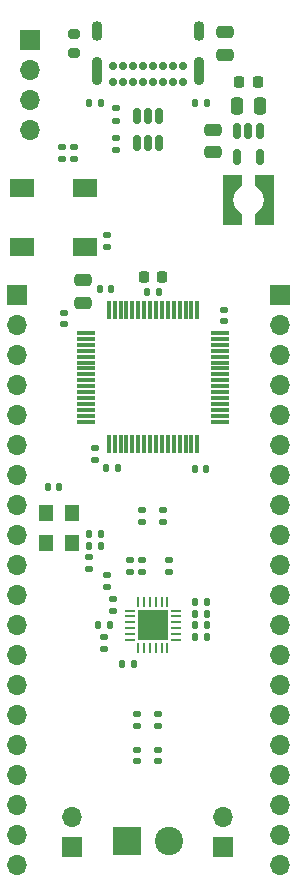
<source format=gts>
%TF.GenerationSoftware,KiCad,Pcbnew,7.0.1-3b83917a11~171~ubuntu22.04.1*%
%TF.CreationDate,2023-04-15T23:20:08+01:00*%
%TF.ProjectId,spe_dongle,7370655f-646f-46e6-976c-652e6b696361,1.0*%
%TF.SameCoordinates,Original*%
%TF.FileFunction,Soldermask,Top*%
%TF.FilePolarity,Negative*%
%FSLAX46Y46*%
G04 Gerber Fmt 4.6, Leading zero omitted, Abs format (unit mm)*
G04 Created by KiCad (PCBNEW 7.0.1-3b83917a11~171~ubuntu22.04.1) date 2023-04-15 23:20:08*
%MOMM*%
%LPD*%
G01*
G04 APERTURE LIST*
G04 Aperture macros list*
%AMRoundRect*
0 Rectangle with rounded corners*
0 $1 Rounding radius*
0 $2 $3 $4 $5 $6 $7 $8 $9 X,Y pos of 4 corners*
0 Add a 4 corners polygon primitive as box body*
4,1,4,$2,$3,$4,$5,$6,$7,$8,$9,$2,$3,0*
0 Add four circle primitives for the rounded corners*
1,1,$1+$1,$2,$3*
1,1,$1+$1,$4,$5*
1,1,$1+$1,$6,$7*
1,1,$1+$1,$8,$9*
0 Add four rect primitives between the rounded corners*
20,1,$1+$1,$2,$3,$4,$5,0*
20,1,$1+$1,$4,$5,$6,$7,0*
20,1,$1+$1,$6,$7,$8,$9,0*
20,1,$1+$1,$8,$9,$2,$3,0*%
%AMFreePoly0*
4,1,19,2.150000,-1.200000,1.177922,-1.200000,1.064578,-1.003895,0.918917,-0.830439,0.745359,-0.684899,0.549174,-0.571693,0.336318,-0.494257,0.113252,-0.454942,-0.113252,-0.454942,-0.336318,-0.494257,-0.549174,-0.571693,-0.745359,-0.684899,-0.918917,-0.830439,-1.064578,-1.003895,-1.177922,-1.200000,-2.150000,-1.200000,-2.150000,0.400000,2.150000,0.400000,2.150000,-1.200000,2.150000,-1.200000,
$1*%
%AMFreePoly1*
4,1,19,-1.064578,1.003895,-0.918917,0.830439,-0.745359,0.684899,-0.549174,0.571693,-0.336318,0.494257,-0.113252,0.454942,0.113252,0.454942,0.336318,0.494257,0.549174,0.571693,0.745359,0.684899,0.918917,0.830439,1.064578,1.003895,1.177922,1.200000,2.150000,1.200000,2.150000,-0.400000,-2.150000,-0.400000,-2.150000,1.200000,-1.177922,1.200000,-1.064578,1.003895,-1.064578,1.003895,
$1*%
G04 Aperture macros list end*
%ADD10RoundRect,0.150000X-0.150000X0.512500X-0.150000X-0.512500X0.150000X-0.512500X0.150000X0.512500X0*%
%ADD11RoundRect,0.135000X-0.185000X0.135000X-0.185000X-0.135000X0.185000X-0.135000X0.185000X0.135000X0*%
%ADD12RoundRect,0.075000X-0.700000X-0.075000X0.700000X-0.075000X0.700000X0.075000X-0.700000X0.075000X0*%
%ADD13RoundRect,0.075000X-0.075000X-0.700000X0.075000X-0.700000X0.075000X0.700000X-0.075000X0.700000X0*%
%ADD14R,1.700000X1.700000*%
%ADD15O,1.700000X1.700000*%
%ADD16RoundRect,0.140000X-0.140000X-0.170000X0.140000X-0.170000X0.140000X0.170000X-0.140000X0.170000X0*%
%ADD17RoundRect,0.250000X0.250000X0.475000X-0.250000X0.475000X-0.250000X-0.475000X0.250000X-0.475000X0*%
%ADD18R,2.000000X1.600000*%
%ADD19RoundRect,0.135000X0.135000X0.185000X-0.135000X0.185000X-0.135000X-0.185000X0.135000X-0.185000X0*%
%ADD20FreePoly0,270.000000*%
%ADD21FreePoly1,270.000000*%
%ADD22RoundRect,0.135000X0.185000X-0.135000X0.185000X0.135000X-0.185000X0.135000X-0.185000X-0.135000X0*%
%ADD23RoundRect,0.062500X0.375000X0.062500X-0.375000X0.062500X-0.375000X-0.062500X0.375000X-0.062500X0*%
%ADD24RoundRect,0.062500X0.062500X0.375000X-0.062500X0.375000X-0.062500X-0.375000X0.062500X-0.375000X0*%
%ADD25R,2.500000X2.500000*%
%ADD26RoundRect,0.218750X0.218750X0.256250X-0.218750X0.256250X-0.218750X-0.256250X0.218750X-0.256250X0*%
%ADD27RoundRect,0.140000X0.140000X0.170000X-0.140000X0.170000X-0.140000X-0.170000X0.140000X-0.170000X0*%
%ADD28RoundRect,0.140000X0.170000X-0.140000X0.170000X0.140000X-0.170000X0.140000X-0.170000X-0.140000X0*%
%ADD29R,1.200000X1.400000*%
%ADD30RoundRect,0.150000X0.150000X-0.512500X0.150000X0.512500X-0.150000X0.512500X-0.150000X-0.512500X0*%
%ADD31RoundRect,0.140000X-0.170000X0.140000X-0.170000X-0.140000X0.170000X-0.140000X0.170000X0.140000X0*%
%ADD32C,0.700000*%
%ADD33O,0.900000X2.400000*%
%ADD34O,0.900000X1.700000*%
%ADD35RoundRect,0.135000X-0.135000X-0.185000X0.135000X-0.185000X0.135000X0.185000X-0.135000X0.185000X0*%
%ADD36RoundRect,0.200000X-0.275000X0.200000X-0.275000X-0.200000X0.275000X-0.200000X0.275000X0.200000X0*%
%ADD37R,2.400000X2.400000*%
%ADD38C,2.400000*%
%ADD39RoundRect,0.250000X0.475000X-0.250000X0.475000X0.250000X-0.475000X0.250000X-0.475000X-0.250000X0*%
%ADD40RoundRect,0.250000X-0.475000X0.250000X-0.475000X-0.250000X0.475000X-0.250000X0.475000X0.250000X0*%
G04 APERTURE END LIST*
D10*
X159450000Y-60112500D03*
X158500000Y-60112500D03*
X157550000Y-60112500D03*
X157550000Y-62387500D03*
X159450000Y-62387500D03*
D11*
X142750000Y-61490000D03*
X142750000Y-62510000D03*
D12*
X144750000Y-77250000D03*
X144750000Y-77750000D03*
X144750000Y-78250000D03*
X144750000Y-78750000D03*
X144750000Y-79250000D03*
X144750000Y-79750000D03*
X144750000Y-80250000D03*
X144750000Y-80750000D03*
X144750000Y-81250000D03*
X144750000Y-81750000D03*
X144750000Y-82250000D03*
X144750000Y-82750000D03*
X144750000Y-83250000D03*
X144750000Y-83750000D03*
X144750000Y-84250000D03*
X144750000Y-84750000D03*
D13*
X146675000Y-86675000D03*
X147175000Y-86675000D03*
X147675000Y-86675000D03*
X148175000Y-86675000D03*
X148675000Y-86675000D03*
X149175000Y-86675000D03*
X149675000Y-86675000D03*
X150175000Y-86675000D03*
X150675000Y-86675000D03*
X151175000Y-86675000D03*
X151675000Y-86675000D03*
X152175000Y-86675000D03*
X152675000Y-86675000D03*
X153175000Y-86675000D03*
X153675000Y-86675000D03*
X154175000Y-86675000D03*
D12*
X156100000Y-84750000D03*
X156100000Y-84250000D03*
X156100000Y-83750000D03*
X156100000Y-83250000D03*
X156100000Y-82750000D03*
X156100000Y-82250000D03*
X156100000Y-81750000D03*
X156100000Y-81250000D03*
X156100000Y-80750000D03*
X156100000Y-80250000D03*
X156100000Y-79750000D03*
X156100000Y-79250000D03*
X156100000Y-78750000D03*
X156100000Y-78250000D03*
X156100000Y-77750000D03*
X156100000Y-77250000D03*
D13*
X154175000Y-75325000D03*
X153675000Y-75325000D03*
X153175000Y-75325000D03*
X152675000Y-75325000D03*
X152175000Y-75325000D03*
X151675000Y-75325000D03*
X151175000Y-75325000D03*
X150675000Y-75325000D03*
X150175000Y-75325000D03*
X149675000Y-75325000D03*
X149175000Y-75325000D03*
X148675000Y-75325000D03*
X148175000Y-75325000D03*
X147675000Y-75325000D03*
X147175000Y-75325000D03*
X146675000Y-75325000D03*
D14*
X156330000Y-120750000D03*
D15*
X156330000Y-118210000D03*
D16*
X145945000Y-73500000D03*
X146905000Y-73500000D03*
D17*
X159450000Y-58000000D03*
X157550000Y-58000000D03*
D18*
X139300000Y-65000000D03*
X144700000Y-65000000D03*
D11*
X149080000Y-109490000D03*
X149080000Y-110510000D03*
D19*
X146010000Y-95250000D03*
X144990000Y-95250000D03*
D20*
X160250000Y-66000000D03*
D21*
X156750000Y-66000000D03*
D22*
X146500000Y-70010000D03*
X146500000Y-68990000D03*
X146500000Y-98760000D03*
X146500000Y-97740000D03*
D23*
X152330000Y-103250000D03*
X152330000Y-102750000D03*
X152330000Y-102250000D03*
X152330000Y-101750000D03*
X152330000Y-101250000D03*
X152330000Y-100750000D03*
D24*
X151642500Y-100062500D03*
X151142500Y-100062500D03*
X150642500Y-100062500D03*
X150142500Y-100062500D03*
X149642500Y-100062500D03*
X149142500Y-100062500D03*
D23*
X148455000Y-100750000D03*
X148455000Y-101250000D03*
X148455000Y-101750000D03*
X148455000Y-102250000D03*
X148455000Y-102750000D03*
X148455000Y-103250000D03*
D24*
X149142500Y-103937500D03*
X149642500Y-103937500D03*
X150142500Y-103937500D03*
X150642500Y-103937500D03*
X151142500Y-103937500D03*
X151642500Y-103937500D03*
D25*
X150392500Y-102000000D03*
D14*
X143580000Y-120750000D03*
D15*
X143580000Y-118210000D03*
D26*
X159287500Y-56000000D03*
X157712500Y-56000000D03*
D19*
X155020000Y-101000000D03*
X154000000Y-101000000D03*
D27*
X147442500Y-88650000D03*
X146482500Y-88650000D03*
D22*
X149500000Y-93260000D03*
X149500000Y-92240000D03*
D28*
X142925000Y-76480000D03*
X142925000Y-75520000D03*
D11*
X147000000Y-99740000D03*
X147000000Y-100760000D03*
D19*
X148840000Y-105250000D03*
X147820000Y-105250000D03*
D18*
X144700000Y-70000000D03*
X139300000Y-70000000D03*
D29*
X141400000Y-92480000D03*
X141400000Y-95020000D03*
X143600000Y-95020000D03*
X143600000Y-92480000D03*
D11*
X150830000Y-109490000D03*
X150830000Y-110510000D03*
X147250000Y-58240000D03*
X147250000Y-59260000D03*
X149500000Y-96490000D03*
X149500000Y-97510000D03*
X147250000Y-60740000D03*
X147250000Y-61760000D03*
D27*
X154905000Y-88750000D03*
X153945000Y-88750000D03*
D22*
X145500000Y-88010000D03*
X145500000Y-86990000D03*
D19*
X150925000Y-73750000D03*
X149905000Y-73750000D03*
D22*
X151250000Y-93260000D03*
X151250000Y-92240000D03*
D30*
X149050000Y-61137500D03*
X150000000Y-61137500D03*
X150950000Y-61137500D03*
X150950000Y-58862500D03*
X150000000Y-58862500D03*
X149050000Y-58862500D03*
D31*
X149080000Y-112520000D03*
X149080000Y-113480000D03*
D11*
X148500000Y-96490000D03*
X148500000Y-97510000D03*
D32*
X152975000Y-56025000D03*
X152125000Y-56025000D03*
X151275000Y-56025000D03*
X150425000Y-56025000D03*
X149575000Y-56025000D03*
X148725000Y-56025000D03*
X147875000Y-56025000D03*
X147025000Y-56025000D03*
X147025000Y-54675000D03*
X147875000Y-54675000D03*
X148725000Y-54675000D03*
X149575000Y-54675000D03*
X150425000Y-54675000D03*
X151275000Y-54675000D03*
X152125000Y-54675000D03*
X152975000Y-54675000D03*
D33*
X154325000Y-55045000D03*
D34*
X154325000Y-51665000D03*
D33*
X145675000Y-55045000D03*
D34*
X145675000Y-51665000D03*
D28*
X156425000Y-76230000D03*
X156425000Y-75270000D03*
D31*
X150830000Y-112520000D03*
X150830000Y-113480000D03*
D22*
X146250000Y-104010000D03*
X146250000Y-102990000D03*
X151750000Y-97510000D03*
X151750000Y-96490000D03*
D19*
X146760000Y-102000000D03*
X145740000Y-102000000D03*
X155020000Y-102000000D03*
X154000000Y-102000000D03*
D35*
X153990000Y-100000000D03*
X155010000Y-100000000D03*
D19*
X155010000Y-103000000D03*
X153990000Y-103000000D03*
X155010000Y-57750000D03*
X153990000Y-57750000D03*
D36*
X143750000Y-51925000D03*
X143750000Y-53575000D03*
D26*
X151212500Y-72500000D03*
X149637500Y-72500000D03*
D14*
X140000000Y-52450000D03*
D15*
X140000000Y-54990000D03*
X140000000Y-57530000D03*
X140000000Y-60070000D03*
D37*
X148250000Y-120250000D03*
D38*
X151750000Y-120250000D03*
D35*
X144990000Y-94250000D03*
X146010000Y-94250000D03*
D39*
X155500000Y-61950000D03*
X155500000Y-60050000D03*
D28*
X143750000Y-62480000D03*
X143750000Y-61520000D03*
D40*
X156500000Y-51800000D03*
X156500000Y-53700000D03*
D11*
X145000000Y-96240000D03*
X145000000Y-97260000D03*
D35*
X144990000Y-57750000D03*
X146010000Y-57750000D03*
D39*
X144500000Y-74700000D03*
X144500000Y-72800000D03*
D16*
X141520000Y-90250000D03*
X142480000Y-90250000D03*
D14*
X161175000Y-74000000D03*
D15*
X161175000Y-76540000D03*
X161175000Y-79080000D03*
X161175000Y-81620000D03*
X161175000Y-84160000D03*
X161175000Y-86700000D03*
X161175000Y-89240000D03*
X161175000Y-91780000D03*
X161175000Y-94320000D03*
X161175000Y-96860000D03*
X161175000Y-99400000D03*
X161175000Y-101940000D03*
X161175000Y-104480000D03*
X161175000Y-107020000D03*
X161175000Y-109560000D03*
X161175000Y-112100000D03*
X161175000Y-114640000D03*
X161175000Y-117180000D03*
X161175000Y-119720000D03*
X161175000Y-122260000D03*
D14*
X138925000Y-74000000D03*
D15*
X138925000Y-76540000D03*
X138925000Y-79080000D03*
X138925000Y-81620000D03*
X138925000Y-84160000D03*
X138925000Y-86700000D03*
X138925000Y-89240000D03*
X138925000Y-91780000D03*
X138925000Y-94320000D03*
X138925000Y-96860000D03*
X138925000Y-99400000D03*
X138925000Y-101940000D03*
X138925000Y-104480000D03*
X138925000Y-107020000D03*
X138925000Y-109560000D03*
X138925000Y-112100000D03*
X138925000Y-114640000D03*
X138925000Y-117180000D03*
X138925000Y-119720000D03*
X138925000Y-122260000D03*
M02*

</source>
